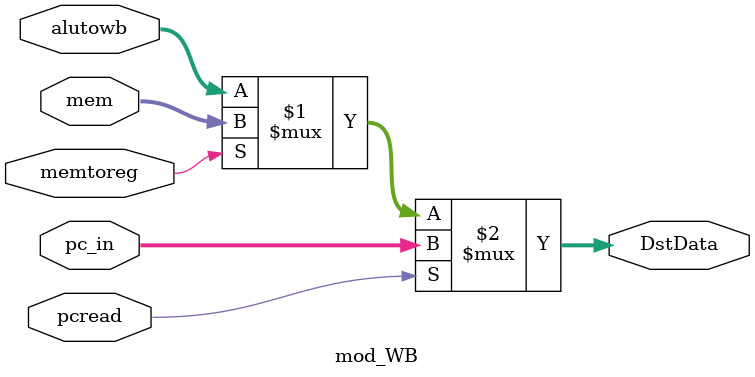
<source format=v>

module mod_WB (
        input pcread, memtoreg,
        input [15:0] pc_in, alutowb, mem,
        output [15:0] DstData);

    //wire
    assign DstData = pcread ? pc_in : (memtoreg ? mem : alutowb);
    
endmodule
</source>
